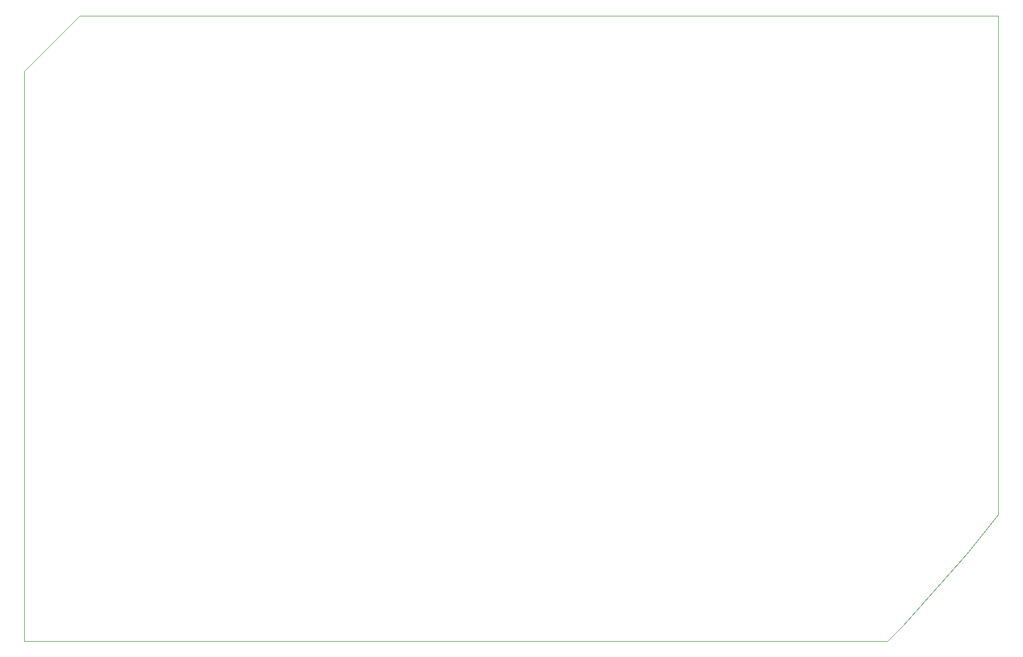
<source format=gbr>
%TF.GenerationSoftware,KiCad,Pcbnew,(5.1.12)-1*%
%TF.CreationDate,2022-04-22T18:12:23-05:00*%
%TF.ProjectId,Microcompuer,4d696372-6f63-46f6-9d70-7565722e6b69,rev?*%
%TF.SameCoordinates,Original*%
%TF.FileFunction,Profile,NP*%
%FSLAX46Y46*%
G04 Gerber Fmt 4.6, Leading zero omitted, Abs format (unit mm)*
G04 Created by KiCad (PCBNEW (5.1.12)-1) date 2022-04-22 18:12:23*
%MOMM*%
%LPD*%
G01*
G04 APERTURE LIST*
%TA.AperFunction,Profile*%
%ADD10C,0.050000*%
%TD*%
G04 APERTURE END LIST*
D10*
X309880000Y-72390000D02*
X309880000Y-73660000D01*
X162560000Y-72390000D02*
X309880000Y-72390000D01*
X161290000Y-73660000D02*
X162560000Y-72390000D01*
X292100000Y-172720000D02*
X294640000Y-170180000D01*
X290830000Y-172720000D02*
X292100000Y-172720000D01*
X153670000Y-172720000D02*
X290830000Y-172720000D01*
X153670000Y-170180000D02*
X153670000Y-172720000D01*
X161290000Y-73660000D02*
X153670000Y-81280000D01*
X309880000Y-80010000D02*
X309880000Y-73660000D01*
X309880000Y-152400000D02*
X309880000Y-80010000D01*
X304800000Y-158750000D02*
X309880000Y-152400000D01*
X294640000Y-170180000D02*
X304800000Y-158750000D01*
X153670000Y-168910000D02*
X153670000Y-170180000D01*
X153670000Y-81280000D02*
X153670000Y-168910000D01*
M02*

</source>
